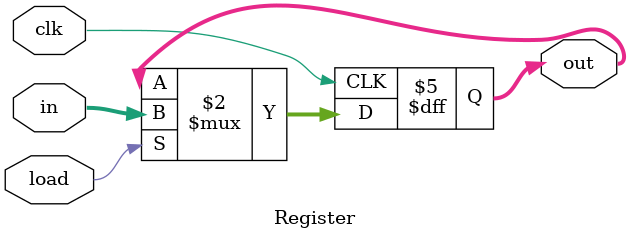
<source format=v>
/**
 * 16-bit register:
 * If load[t] == 1 then out[t+1] = in[t]
 * else out does not change
 */

`default_nettype none

module Register(
	input clk,
	input [15:0] in,
	input load,
	output [15:0] out
);
	reg [15:0] out = 0;
	always @(posedge clk)
		out <= load?in:out;
	initial out = 0;
endmodule

</source>
